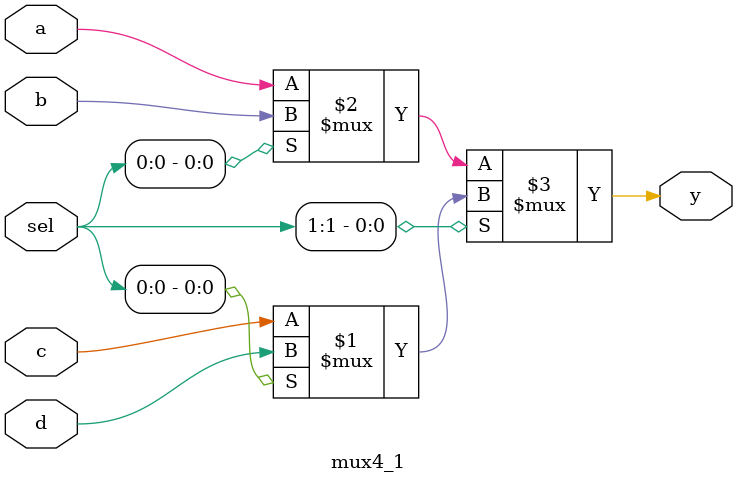
<source format=sv>
module mux4_1(input logic a, b, c, d,
              input logic [1:0] sel,
              output logic y);
  assign y = sel[1] ? (sel[0] ? d : c) 
    				: ((sel[0] ? b : a));
endmodule
</source>
